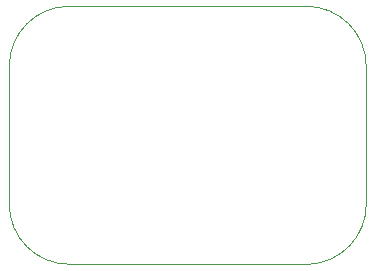
<source format=gbr>
G04 #@! TF.GenerationSoftware,KiCad,Pcbnew,(5.1.5)-3*
G04 #@! TF.CreationDate,2021-08-01T09:21:07-04:00*
G04 #@! TF.ProjectId,BindingPost_PCB,42696e64-696e-4675-906f-73745f504342,rev?*
G04 #@! TF.SameCoordinates,Original*
G04 #@! TF.FileFunction,Profile,NP*
%FSLAX46Y46*%
G04 Gerber Fmt 4.6, Leading zero omitted, Abs format (unit mm)*
G04 Created by KiCad (PCBNEW (5.1.5)-3) date 2021-08-01 09:21:07*
%MOMM*%
%LPD*%
G04 APERTURE LIST*
%ADD10C,0.050000*%
G04 APERTURE END LIST*
D10*
X25400000Y0D02*
G75*
G02X30480000Y-5080000I0J-5080000D01*
G01*
X254000Y-5080000D02*
X254000Y-16764000D01*
X30486346Y-16764000D02*
G75*
G02X25654000Y-21844000I-5086346J0D01*
G01*
X5334000Y-21844000D02*
G75*
G02X254000Y-16764000I0J5080000D01*
G01*
X25400000Y0D02*
X5334000Y0D01*
X254000Y-5080000D02*
G75*
G02X5334000Y0I5080000J0D01*
G01*
X30486346Y-16764000D02*
X30480000Y-5080000D01*
X5334000Y-21844000D02*
X25654000Y-21844000D01*
M02*

</source>
